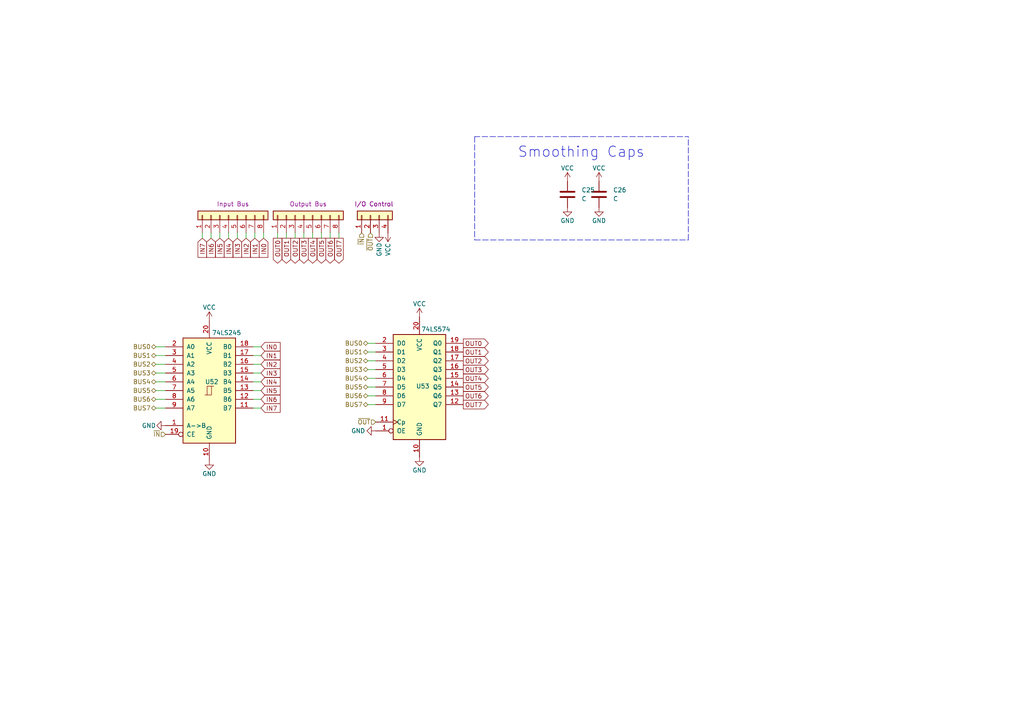
<source format=kicad_sch>
(kicad_sch (version 20211123) (generator eeschema)
  (paper "A4")
  (lib_symbols
    (symbol "74xx:74LS245" (pin_names (offset 1.016))
      (property "Reference" "U" (at -7.62 16.51 0))
      (property "Value" "74LS245" (at -7.62 -16.51 0))
      (symbol "74LS245_1_0"
        (polyline (pts (xy -0.635 -1.27) (xy -0.635 1.27) (xy 0.635 1.27)))
        (polyline (pts (xy -1.27 -1.27) (xy 0.635 -1.27) (xy 0.635 1.27) (xy 1.27 1.27)))
        (pin input line (at -12.7 -10.16 0) (length 5.08) (name "A->B") (number "1"))
        (pin power_in line (at 0 -20.32 90) (length 5.08) (name "GND") (number "10"))
        (pin tri_state line (at 12.7 -5.08 180) (length 5.08) (name "B7") (number "11"))
        (pin tri_state line (at 12.7 -2.54 180) (length 5.08) (name "B6") (number "12"))
        (pin tri_state line (at 12.7 0 180) (length 5.08) (name "B5") (number "13"))
        (pin tri_state line (at 12.7 2.54 180) (length 5.08) (name "B4") (number "14"))
        (pin tri_state line (at 12.7 5.08 180) (length 5.08) (name "B3") (number "15"))
        (pin tri_state line (at 12.7 7.62 180) (length 5.08) (name "B2") (number "16"))
        (pin tri_state line (at 12.7 10.16 180) (length 5.08) (name "B1") (number "17"))
        (pin tri_state line (at 12.7 12.7 180) (length 5.08) (name "B0") (number "18"))
        (pin input inverted (at -12.7 -12.7 0) (length 5.08) (name "CE") (number "19"))
        (pin tri_state line (at -12.7 12.7 0) (length 5.08) (name "A0") (number "2"))
        (pin power_in line (at 0 20.32 270) (length 5.08) (name "VCC") (number "20"))
        (pin tri_state line (at -12.7 10.16 0) (length 5.08) (name "A1") (number "3"))
        (pin tri_state line (at -12.7 7.62 0) (length 5.08) (name "A2") (number "4"))
        (pin tri_state line (at -12.7 5.08 0) (length 5.08) (name "A3") (number "5"))
        (pin tri_state line (at -12.7 2.54 0) (length 5.08) (name "A4") (number "6"))
        (pin tri_state line (at -12.7 0 0) (length 5.08) (name "A5") (number "7"))
        (pin tri_state line (at -12.7 -2.54 0) (length 5.08) (name "A6") (number "8"))
        (pin tri_state line (at -12.7 -5.08 0) (length 5.08) (name "A7") (number "9"))
      )
      (symbol "74LS245_1_1"
        (rectangle (start -7.62 15.24) (end 7.62 -15.24) (stroke (width 0.254)) (fill (type background)))
      )
    )
    (symbol "74xx:74LS574" (pin_names (offset 1.016))
      (property "Reference" "U" (at -7.62 16.51 0))
      (property "Value" "74LS574" (at -7.62 -16.51 0))
      (symbol "74LS574_1_0"
        (pin input inverted (at -12.7 -12.7 0) (length 5.08) (name "OE") (number "1"))
        (pin power_in line (at 0 -20.32 90) (length 5.08) (name "GND") (number "10"))
        (pin input clock (at -12.7 -10.16 0) (length 5.08) (name "Cp") (number "11"))
        (pin tri_state line (at 12.7 -5.08 180) (length 5.08) (name "Q7") (number "12"))
        (pin tri_state line (at 12.7 -2.54 180) (length 5.08) (name "Q6") (number "13"))
        (pin tri_state line (at 12.7 0 180) (length 5.08) (name "Q5") (number "14"))
        (pin tri_state line (at 12.7 2.54 180) (length 5.08) (name "Q4") (number "15"))
        (pin tri_state line (at 12.7 5.08 180) (length 5.08) (name "Q3") (number "16"))
        (pin tri_state line (at 12.7 7.62 180) (length 5.08) (name "Q2") (number "17"))
        (pin tri_state line (at 12.7 10.16 180) (length 5.08) (name "Q1") (number "18"))
        (pin tri_state line (at 12.7 12.7 180) (length 5.08) (name "Q0") (number "19"))
        (pin input line (at -12.7 12.7 0) (length 5.08) (name "D0") (number "2"))
        (pin power_in line (at 0 20.32 270) (length 5.08) (name "VCC") (number "20"))
        (pin input line (at -12.7 10.16 0) (length 5.08) (name "D1") (number "3"))
        (pin input line (at -12.7 7.62 0) (length 5.08) (name "D2") (number "4"))
        (pin input line (at -12.7 5.08 0) (length 5.08) (name "D3") (number "5"))
        (pin input line (at -12.7 2.54 0) (length 5.08) (name "D4") (number "6"))
        (pin input line (at -12.7 0 0) (length 5.08) (name "D5") (number "7"))
        (pin input line (at -12.7 -2.54 0) (length 5.08) (name "D6") (number "8"))
        (pin input line (at -12.7 -5.08 0) (length 5.08) (name "D7") (number "9"))
      )
      (symbol "74LS574_1_1"
        (rectangle (start -7.62 15.24) (end 7.62 -15.24) (stroke (width 0.254)) (fill (type background)))
      )
    )
    (symbol "Connector_Generic:Conn_01x04" (pin_names (offset 1.016) hide)
      (property "Reference" "J" (at 0 5.08 0))
      (property "Value" "Conn_01x04" (at 0 -7.62 0))
      (symbol "Conn_01x04_1_1"
        (rectangle (start -1.27 -4.953) (end 0 -5.207) (stroke (width 0.1524)))
        (rectangle (start -1.27 -2.413) (end 0 -2.667) (stroke (width 0.1524)))
        (rectangle (start -1.27 0.127) (end 0 -0.127) (stroke (width 0.1524)))
        (rectangle (start -1.27 2.667) (end 0 2.413) (stroke (width 0.1524)))
        (rectangle (start -1.27 3.81) (end 1.27 -6.35) (stroke (width 0.254)) (fill (type background)))
        (pin passive line (at -5.08 2.54 0) (length 3.81) (name "Pin_1") (number "1"))
        (pin passive line (at -5.08 0 0) (length 3.81) (name "Pin_2") (number "2"))
        (pin passive line (at -5.08 -2.54 0) (length 3.81) (name "Pin_3") (number "3"))
        (pin passive line (at -5.08 -5.08 0) (length 3.81) (name "Pin_4") (number "4"))
      )
    )
    (symbol "Connector_Generic:Conn_01x08" (pin_names (offset 1.016) hide)
      (property "Reference" "J" (at 0 10.16 0))
      (property "Value" "Conn_01x08" (at 0 -12.7 0))
      (symbol "Conn_01x08_1_1"
        (rectangle (start -1.27 -10.033) (end 0 -10.287) (stroke (width 0.1524)))
        (rectangle (start -1.27 -7.493) (end 0 -7.747) (stroke (width 0.1524)))
        (rectangle (start -1.27 -4.953) (end 0 -5.207) (stroke (width 0.1524)))
        (rectangle (start -1.27 -2.413) (end 0 -2.667) (stroke (width 0.1524)))
        (rectangle (start -1.27 0.127) (end 0 -0.127) (stroke (width 0.1524)))
        (rectangle (start -1.27 2.667) (end 0 2.413) (stroke (width 0.1524)))
        (rectangle (start -1.27 5.207) (end 0 4.953) (stroke (width 0.1524)))
        (rectangle (start -1.27 7.747) (end 0 7.493) (stroke (width 0.1524)))
        (rectangle (start -1.27 8.89) (end 1.27 -11.43) (stroke (width 0.254)) (fill (type background)))
        (pin passive line (at -5.08 7.62 0) (length 3.81) (name "Pin_1") (number "1"))
        (pin passive line (at -5.08 5.08 0) (length 3.81) (name "Pin_2") (number "2"))
        (pin passive line (at -5.08 2.54 0) (length 3.81) (name "Pin_3") (number "3"))
        (pin passive line (at -5.08 0 0) (length 3.81) (name "Pin_4") (number "4"))
        (pin passive line (at -5.08 -2.54 0) (length 3.81) (name "Pin_5") (number "5"))
        (pin passive line (at -5.08 -5.08 0) (length 3.81) (name "Pin_6") (number "6"))
        (pin passive line (at -5.08 -7.62 0) (length 3.81) (name "Pin_7") (number "7"))
        (pin passive line (at -5.08 -10.16 0) (length 3.81) (name "Pin_8") (number "8"))
      )
    )
    (symbol "Device:C" (pin_numbers hide) (pin_names (offset 0.254))
      (property "Reference" "C" (at 0.635 2.54 0))
      (property "Value" "C" (at 0.635 -2.54 0))
      (symbol "C_0_1"
        (polyline (pts (xy -2.032 -0.762) (xy 2.032 -0.762)) (stroke (width 0.508)))
        (polyline (pts (xy -2.032 0.762) (xy 2.032 0.762)) (stroke (width 0.508)))
      )
      (symbol "C_1_1"
        (pin passive line (at 0 3.81 270) (length 2.794) (name "~") (number "1"))
        (pin passive line (at 0 -3.81 90) (length 2.794) (name "~") (number "2"))
      )
    )
    (symbol "power:GND" (power) (pin_names (offset 0))
      (property "Value" "GND" (at 0 -3.81 0))
      (symbol "GND_0_1"
        (polyline (pts (xy 0 0) (xy 0 -1.27) (xy 1.27 -1.27) (xy 0 -2.54) (xy -1.27 -1.27) (xy 0 -1.27)))
      )
      (symbol "GND_1_1"
        (pin power_in line (at 0 0 270) (length 0) hide (name "GND") (number "1"))
      )
    )
    (symbol "power:VCC" (power) (pin_names (offset 0))
      (property "Value" "VCC" (at 0 3.81 0))
      (symbol "VCC_0_1"
        (polyline (pts (xy -0.762 1.27) (xy 0 2.54)))
        (polyline (pts (xy 0 0) (xy 0 2.54)))
        (polyline (pts (xy 0 2.54) (xy 0.762 1.27)))
      )
      (symbol "VCC_1_1"
        (pin power_in line (at 0 0 90) (length 0) hide (name "VCC") (number "1"))
      )
    )
  )
  (wire (pts (xy 45.212 110.744) (xy 48.006 110.744)))
  (wire (pts (xy 95.758 69.088) (xy 95.758 67.564)))
  (wire (pts (xy 45.212 108.204) (xy 48.006 108.204)))
  (wire (pts (xy 93.218 69.088) (xy 93.218 67.564)))
  (wire (pts (xy 45.212 115.824) (xy 48.006 115.824)))
  (wire (pts (xy 75.692 105.664) (xy 73.406 105.664)))
  (wire (pts (xy 45.212 105.664) (xy 48.006 105.664)))
  (wire (pts (xy 45.212 100.584) (xy 48.006 100.584)))
  (wire (pts (xy 45.212 113.284) (xy 48.006 113.284)))
  (wire (pts (xy 98.298 69.088) (xy 98.298 67.564)))
  (wire (pts (xy 75.692 103.124) (xy 73.406 103.124)))
  (wire (pts (xy 106.68 109.728) (xy 108.966 109.728)))
  (wire (pts (xy 75.692 118.364) (xy 73.406 118.364)))
  (wire (pts (xy 73.914 69.088) (xy 73.914 67.564)))
  (wire (pts (xy 61.214 69.088) (xy 61.214 67.564)))
  (wire (pts (xy 75.692 108.204) (xy 73.406 108.204)))
  (wire (pts (xy 76.454 69.088) (xy 76.454 67.564)))
  (wire (pts (xy 106.68 99.568) (xy 108.966 99.568)))
  (wire (pts (xy 63.754 69.088) (xy 63.754 67.564)))
  (wire (pts (xy 83.058 69.088) (xy 83.058 67.564)))
  (wire (pts (xy 85.598 69.088) (xy 85.598 67.564)))
  (wire (pts (xy 75.692 113.284) (xy 73.406 113.284)))
  (wire (pts (xy 106.68 104.648) (xy 108.966 104.648)))
  (wire (pts (xy 45.212 118.364) (xy 48.006 118.364)))
  (wire (pts (xy 75.692 110.744) (xy 73.406 110.744)))
  (wire (pts (xy 106.68 102.108) (xy 108.966 102.108)))
  (wire (pts (xy 80.518 69.088) (xy 80.518 67.564)))
  (wire (pts (xy 68.834 69.088) (xy 68.834 67.564)))
  (wire (pts (xy 106.68 114.808) (xy 108.966 114.808)))
  (wire (pts (xy 66.294 69.088) (xy 66.294 67.564)))
  (wire (pts (xy 71.374 69.088) (xy 71.374 67.564)))
  (polyline (pts (xy 137.668 39.624) (xy 137.668 69.596)))
  (polyline (pts (xy 166.624 39.624) (xy 137.668 39.624)))
  (wire (pts (xy 58.674 69.088) (xy 58.674 67.564)))
  (polyline (pts (xy 199.644 69.596) (xy 199.644 39.624)))
  (wire (pts (xy 106.68 117.348) (xy 108.966 117.348)))
  (polyline (pts (xy 166.624 39.624) (xy 199.644 39.624)))
  (wire (pts (xy 75.692 115.824) (xy 73.406 115.824)))
  (wire (pts (xy 90.678 69.088) (xy 90.678 67.564)))
  (wire (pts (xy 88.138 69.088) (xy 88.138 67.564)))
  (wire (pts (xy 45.212 103.124) (xy 48.006 103.124)))
  (wire (pts (xy 75.692 100.584) (xy 73.406 100.584)))
  (wire (pts (xy 106.68 107.188) (xy 108.966 107.188)))
  (wire (pts (xy 106.68 112.268) (xy 108.966 112.268)))
  (polyline (pts (xy 137.668 69.596) (xy 199.644 69.596)))
  (text "Smoothing Caps" (at 150.114 45.974 0) (effects (font (size 3 3)) (justify left bottom)))
  (global_label "OUT4" (shape output) (at 134.366 109.728 0) (property "Intersheet References" "${INTERSHEET_REFS}" (effects hide)))
  (global_label "OUT3" (shape output) (at 134.366 107.188 0) (property "Intersheet References" "${INTERSHEET_REFS}" (effects hide)))
  (global_label "OUT3" (shape output) (at 88.138 69.088 270) (property "Intersheet References" "${INTERSHEET_REFS}" (effects hide)))
  (global_label "IN3" (shape input) (at 68.834 69.088 270) (property "Intersheet References" "${INTERSHEET_REFS}" (effects hide)))
  (global_label "IN7" (shape input) (at 58.674 69.088 270) (property "Intersheet References" "${INTERSHEET_REFS}" (effects hide)))
  (global_label "IN2" (shape input) (at 75.692 105.664 0) (property "Intersheet References" "${INTERSHEET_REFS}" (effects hide)))
  (global_label "IN0" (shape input) (at 76.454 69.088 270) (property "Intersheet References" "${INTERSHEET_REFS}" (effects hide)))
  (global_label "IN2" (shape input) (at 71.374 69.088 270) (property "Intersheet References" "${INTERSHEET_REFS}" (effects hide)))
  (global_label "OUT1" (shape output) (at 83.058 69.088 270) (property "Intersheet References" "${INTERSHEET_REFS}" (effects hide)))
  (global_label "OUT0" (shape output) (at 134.366 99.568 0) (property "Intersheet References" "${INTERSHEET_REFS}" (effects hide)))
  (global_label "OUT7" (shape output) (at 134.366 117.348 0) (property "Intersheet References" "${INTERSHEET_REFS}" (effects hide)))
  (global_label "OUT6" (shape output) (at 134.366 114.808 0) (property "Intersheet References" "${INTERSHEET_REFS}" (effects hide)))
  (global_label "OUT2" (shape output) (at 85.598 69.088 270) (property "Intersheet References" "${INTERSHEET_REFS}" (effects hide)))
  (global_label "IN4" (shape input) (at 75.692 110.744 0) (property "Intersheet References" "${INTERSHEET_REFS}" (effects hide)))
  (global_label "OUT2" (shape output) (at 134.366 104.648 0) (property "Intersheet References" "${INTERSHEET_REFS}" (effects hide)))
  (global_label "IN1" (shape input) (at 75.692 103.124 0) (property "Intersheet References" "${INTERSHEET_REFS}" (effects hide)))
  (global_label "OUT0" (shape output) (at 80.518 69.088 270) (property "Intersheet References" "${INTERSHEET_REFS}" (effects hide)))
  (global_label "IN1" (shape input) (at 73.914 69.088 270) (property "Intersheet References" "${INTERSHEET_REFS}" (effects hide)))
  (global_label "IN6" (shape input) (at 75.692 115.824 0) (property "Intersheet References" "${INTERSHEET_REFS}" (effects hide)))
  (global_label "IN6" (shape input) (at 61.214 69.088 270) (property "Intersheet References" "${INTERSHEET_REFS}" (effects hide)))
  (global_label "IN7" (shape input) (at 75.692 118.364 0) (property "Intersheet References" "${INTERSHEET_REFS}" (effects hide)))
  (global_label "IN4" (shape input) (at 66.294 69.088 270) (property "Intersheet References" "${INTERSHEET_REFS}" (effects hide)))
  (global_label "OUT5" (shape output) (at 134.366 112.268 0) (property "Intersheet References" "${INTERSHEET_REFS}" (effects hide)))
  (global_label "IN3" (shape input) (at 75.692 108.204 0) (property "Intersheet References" "${INTERSHEET_REFS}" (effects hide)))
  (global_label "OUT7" (shape output) (at 98.298 69.088 270) (property "Intersheet References" "${INTERSHEET_REFS}" (effects hide)))
  (global_label "OUT1" (shape output) (at 134.366 102.108 0) (property "Intersheet References" "${INTERSHEET_REFS}" (effects hide)))
  (global_label "IN5" (shape input) (at 75.692 113.284 0) (property "Intersheet References" "${INTERSHEET_REFS}" (effects hide)))
  (global_label "OUT6" (shape output) (at 95.758 69.088 270) (property "Intersheet References" "${INTERSHEET_REFS}" (effects hide)))
  (global_label "OUT4" (shape output) (at 90.678 69.088 270) (property "Intersheet References" "${INTERSHEET_REFS}" (effects hide)))
  (global_label "IN5" (shape input) (at 63.754 69.088 270) (property "Intersheet References" "${INTERSHEET_REFS}" (effects hide)))
  (global_label "OUT5" (shape output) (at 93.218 69.088 270) (property "Intersheet References" "${INTERSHEET_REFS}" (effects hide)))
  (global_label "IN0" (shape input) (at 75.692 100.584 0) (property "Intersheet References" "${INTERSHEET_REFS}" (effects hide)))
  (hierarchical_label "BUS1" (shape tri_state) (at 45.212 103.124 180))
  (hierarchical_label "~{IN}" (shape input) (at 104.902 67.564 270))
  (hierarchical_label "BUS3" (shape tri_state) (at 45.212 108.204 180))
  (hierarchical_label "BUS5" (shape tri_state) (at 45.212 113.284 180))
  (hierarchical_label "BUS5" (shape tri_state) (at 106.68 112.268 180))
  (hierarchical_label "~{IN}" (shape input) (at 48.006 125.984 180))
  (hierarchical_label "BUS2" (shape tri_state) (at 106.68 104.648 180))
  (hierarchical_label "BUS0" (shape tri_state) (at 106.68 99.568 180))
  (hierarchical_label "BUS2" (shape tri_state) (at 45.212 105.664 180))
  (hierarchical_label "~{OUT}" (shape input) (at 107.442 67.564 270))
  (hierarchical_label "BUS0" (shape tri_state) (at 45.212 100.584 180))
  (hierarchical_label "BUS4" (shape tri_state) (at 106.68 109.728 180))
  (hierarchical_label "BUS1" (shape tri_state) (at 106.68 102.108 180))
  (hierarchical_label "BUS3" (shape tri_state) (at 106.68 107.188 180))
  (hierarchical_label "BUS7" (shape tri_state) (at 106.68 117.348 180))
  (hierarchical_label "~{OUT}" (shape input) (at 108.966 122.428 180))
  (hierarchical_label "BUS4" (shape tri_state) (at 45.212 110.744 180))
  (hierarchical_label "BUS6" (shape tri_state) (at 45.212 115.824 180))
  (hierarchical_label "BUS6" (shape tri_state) (at 106.68 114.808 180))
  (hierarchical_label "BUS7" (shape tri_state) (at 45.212 118.364 180))
  (symbol (lib_id "power:VCC") (at 121.666 91.948 0) (unit 1)
    (property "Reference" "#PWR0223" (effects hide))
    (property "Value" "VCC" (at 121.666 88.138 0))
  )
  (symbol (lib_id "power:GND") (at 108.966 124.968 270) (unit 1)
    (property "Reference" "#PWR0220" (effects hide))
    (property "Value" "GND" (at 103.886 124.968 90))
  )
  (symbol (lib_id "Connector_Generic:Conn_01x08") (at 88.138 62.484 90) (unit 1)
    (property "Reference" "J3" (effects hide))
    (property "Value" "Conn_01x08" (effects hide))
    (property "Footprint" "Connector_PinHeader_2.54mm:PinHeader_1x08_P2.54mm_Horizontal" (effects hide))
    (property "Field4" "Output Bus" (at 89.408 59.182 90))
  )
  (symbol (lib_id "Connector_Generic:Conn_01x08") (at 66.294 62.484 90) (unit 1)
    (property "Reference" "J2" (effects hide))
    (property "Value" "Conn_01x08" (effects hide))
    (property "Footprint" "Connector_PinHeader_2.54mm:PinHeader_1x08_P2.54mm_Horizontal" (effects hide))
    (property "Field4" "Input Bus" (at 67.564 59.182 90))
  )
  (symbol (lib_id "74xx:74LS245") (at 60.706 113.284 0) (unit 1)
    (property "Reference" "U52" (at 59.436 110.744 0) (effects (justify left)))
    (property "Value" "74LS245" (at 61.468 96.52 0) (effects (justify left)))
    (property "Footprint" "Package_SO:TSSOP-20_4.4x6.5mm_P0.65mm" (effects hide))
    (property "Datasheet" "http://www.ti.com/lit/gpn/sn74LS245" (effects hide))
  )
  (symbol (lib_id "power:VCC") (at 60.706 92.964 0) (unit 1)
    (property "Reference" "#PWR0218" (effects hide))
    (property "Value" "VCC" (at 60.706 89.154 0))
  )
  (symbol (lib_id "74xx:74LS574") (at 121.666 112.268 0) (unit 1)
    (property "Reference" "U53" (at 120.65 112.014 0) (effects (justify left)))
    (property "Value" "74LS574" (at 122.174 95.504 0) (effects (justify left)))
    (property "Footprint" "Package_SO:TSSOP-20_4.4x6.5mm_P0.65mm" (effects hide))
    (property "Datasheet" "http://www.ti.com/lit/gpn/sn74LS574" (effects hide))
  )
  (symbol (lib_id "power:VCC") (at 173.736 52.578 0) (unit 1)
    (property "Reference" "#PWR0227" (effects hide))
    (property "Value" "VCC" (at 173.736 48.768 0))
  )
  (symbol (lib_id "power:GND") (at 173.736 60.198 0) (unit 1)
    (property "Reference" "#PWR0228" (effects hide))
    (property "Value" "GND" (at 173.736 64.008 0))
  )
  (symbol (lib_id "Connector_Generic:Conn_01x04") (at 107.442 62.484 90) (unit 1)
    (property "Reference" "J4" (effects hide))
    (property "Value" "Conn_01x04" (effects hide))
    (property "Footprint" "Connector_PinHeader_2.54mm:PinHeader_1x04_P2.54mm_Horizontal" (effects hide))
    (property "Field4" "I/O Control" (at 108.458 59.182 90))
  )
  (symbol (lib_id "power:VCC") (at 164.592 52.578 0) (unit 1)
    (property "Reference" "#PWR0225" (effects hide))
    (property "Value" "VCC" (at 164.592 48.768 0))
  )
  (symbol (lib_id "power:GND") (at 164.592 60.198 0) (unit 1)
    (property "Reference" "#PWR0226" (effects hide))
    (property "Value" "GND" (at 164.592 64.008 0))
  )
  (symbol (lib_id "Device:C") (at 173.736 56.388 0) (unit 1)
    (property "Reference" "C26" (at 177.8 55.1179 0) (effects (justify left)))
    (property "Value" "C" (at 177.8 57.6579 0) (effects (justify left)))
    (property "Footprint" "Capacitor_SMD:C_0805_2012Metric" (effects hide))
  )
  (symbol (lib_id "power:GND") (at 48.006 123.444 270) (unit 1)
    (property "Reference" "#PWR0217" (effects hide))
    (property "Value" "GND" (at 43.18 123.444 90))
  )
  (symbol (lib_id "power:GND") (at 109.982 67.564 0) (unit 1)
    (property "Reference" "#PWR0221" (effects hide))
    (property "Value" "GND" (at 109.982 72.39 90))
  )
  (symbol (lib_id "power:GND") (at 60.706 133.604 0) (unit 1)
    (property "Reference" "#PWR0219" (effects hide))
    (property "Value" "GND" (at 60.706 137.414 0))
  )
  (symbol (lib_id "Device:C") (at 164.592 56.388 0) (unit 1)
    (property "Reference" "C25" (at 168.656 55.1179 0) (effects (justify left)))
    (property "Value" "C" (at 168.656 57.6579 0) (effects (justify left)))
    (property "Footprint" "Capacitor_SMD:C_0805_2012Metric" (effects hide))
  )
  (symbol (lib_id "power:GND") (at 121.666 132.588 0) (unit 1)
    (property "Reference" "#PWR0224" (effects hide))
    (property "Value" "GND" (at 121.666 136.398 0))
  )
  (symbol (lib_id "power:VCC") (at 112.522 67.564 180) (unit 1)
    (property "Reference" "#PWR0222" (effects hide))
    (property "Value" "VCC" (at 112.522 72.39 90))
  )
)
</source>
